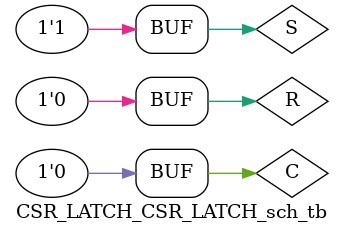
<source format=v>

`timescale 1ns / 1ps

module CSR_LATCH_CSR_LATCH_sch_tb();

// Inputs
   reg S;
   reg R;
   reg C;

// Output
   wire Q;
   wire Qbar;

// Bidirs

// Instantiate the UUT
   CSR_LATCH UUT (
		.S(S), 
		.R(R), 
		.C(C), 
		.Q(Q), 
		.Qbar(Qbar)
   );
// Initialize Inputs
   //`ifdef auto_init
       initial begin
		S = 0;
		R = 0;
		C = 0;
		C=1;R=1;S=1;#50;
		R=1;S=0;#50;
		R=0;S=0;#50;
		R=0;S=1;#50;
		R=0;S=0;#50;
		C=0;R=1;S=1;#50;
		R=1;S=0;#50;
		R=0;S=0;#50;
		R=1;S=1;#50;
		R=0;S=1;#50;
		end
   //`endif
endmodule

</source>
